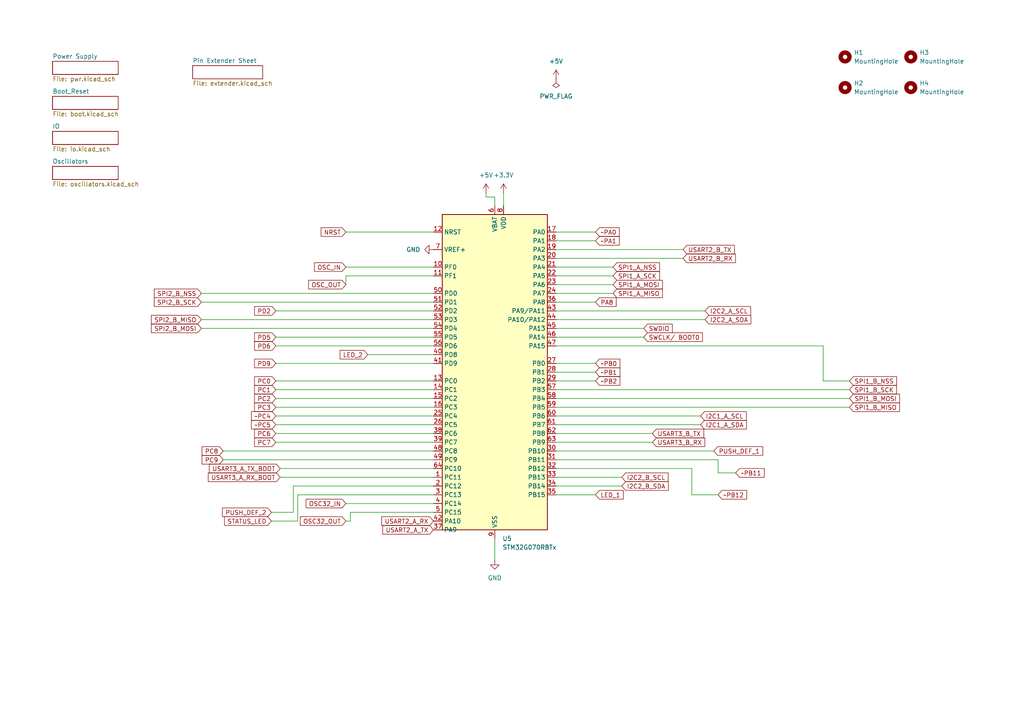
<source format=kicad_sch>
(kicad_sch (version 20250114) (generator "eeschema") (generator_version "9.0")
  (paper "A4")
  (lib_symbols
    (symbol "Mechanical:MountingHole" (pin_names (offset 1.016)) (exclude_from_sim yes) (in_bom no)
      (property "Reference" "H" (at 0 5.08 0))
      (property "Value" "MountingHole" (at 0 3.175 0))
      (symbol "MountingHole_0_1"
        (circle (center 0 0) (radius 1.27) (stroke (width 1.27)))
      )
    )
    (symbol "STM32G070RBTx_2"
      (property "Reference" "U4" (at 2.1941 -49.53 0))
      (property "Value" "STM32G070RBTx" (at 2.1941 -52.07 0))
      (symbol "STM32G070RBTx_2_0_1"
        (rectangle (start -15.24 45.72) (end 15.24 -45.72) (stroke (width 0.254)) (fill (type background)))
      )
      (symbol "STM32G070RBTx_2_1_1"
        (pin input line (at -17.78 40.64 0) (length 2.54) (name "NRST") (number "12"))
        (pin input line (at -17.78 35.56 0) (length 2.54) (name "VREF+") (number "7"))
        (pin bidirectional line (at -17.78 30.48 0) (length 2.54) (name "PF0") (number "10"))
        (pin bidirectional line (at -17.78 27.94 0) (length 2.54) (name "PF1") (number "11"))
        (pin bidirectional line (at -17.78 22.86 0) (length 2.54) (name "PD0") (number "50"))
        (pin bidirectional line (at -17.78 20.32 0) (length 2.54) (name "PD1") (number "51"))
        (pin bidirectional line (at -17.78 17.78 0) (length 2.54) (name "PD2") (number "52"))
        (pin bidirectional line (at -17.78 15.24 0) (length 2.54) (name "PD3") (number "53"))
        (pin bidirectional line (at -17.78 12.7 0) (length 2.54) (name "PD4") (number "54"))
        (pin bidirectional line (at -17.78 10.16 0) (length 2.54) (name "PD5") (number "55"))
        (pin bidirectional line (at -17.78 7.62 0) (length 2.54) (name "PD6") (number "56"))
        (pin bidirectional line (at -17.78 5.08 0) (length 2.54) (name "PD8") (number "40"))
        (pin bidirectional line (at -17.78 2.54 0) (length 2.54) (name "PD9") (number "41"))
        (pin bidirectional line (at -17.78 -2.54 0) (length 2.54) (name "PC0") (number "13"))
        (pin bidirectional line (at -17.78 -5.08 0) (length 2.54) (name "PC1") (number "14"))
        (pin bidirectional line (at -17.78 -7.62 0) (length 2.54) (name "PC2") (number "15"))
        (pin bidirectional line (at -17.78 -10.16 0) (length 2.54) (name "PC3") (number "16"))
        (pin bidirectional line (at -17.78 -12.7 0) (length 2.54) (name "PC4") (number "25"))
        (pin bidirectional line (at -17.78 -15.24 0) (length 2.54) (name "PC5") (number "26"))
        (pin bidirectional line (at -17.78 -17.78 0) (length 2.54) (name "PC6") (number "38"))
        (pin bidirectional line (at -17.78 -20.32 0) (length 2.54) (name "PC7") (number "39"))
        (pin bidirectional line (at -17.78 -22.86 0) (length 2.54) (name "PC8") (number "48"))
        (pin bidirectional line (at -17.78 -25.4 0) (length 2.54) (name "PC9") (number "49"))
        (pin bidirectional line (at -17.78 -27.94 0) (length 2.54) (name "PC10") (number "64"))
        (pin bidirectional line (at -17.78 -30.48 0) (length 2.54) (name "PC11") (number "1"))
        (pin bidirectional line (at -17.78 -33.02 0) (length 2.54) (name "PC12") (number "2"))
        (pin bidirectional line (at -17.78 -35.56 0) (length 2.54) (name "PC13") (number "3"))
        (pin bidirectional line (at -17.78 -38.1 0) (length 2.54) (name "PC14") (number "4"))
        (pin bidirectional line (at -17.78 -40.64 0) (length 2.54) (name "PC15") (number "5"))
        (pin bidirectional line (at -17.78 -43.18 0) (length 2.54) (name "PA10") (number "42"))
        (pin bidirectional line (at -17.78 -45.72 0) (length 2.54) (name "PA9") (number "37"))
        (pin power_in line (at 0 48.26 270) (length 2.54) (name "VBAT") (number "6"))
        (pin power_in line (at 0 -48.26 90) (length 2.54) (name "VSS") (number "9"))
        (pin power_in line (at 2.54 48.26 270) (length 2.54) (name "VDD") (number "8"))
        (pin bidirectional line (at 17.78 40.64 180) (length 2.54) (name "PA0") (number "17"))
        (pin bidirectional line (at 17.78 38.1 180) (length 2.54) (name "PA1") (number "18"))
        (pin bidirectional line (at 17.78 35.56 180) (length 2.54) (name "PA2") (number "19"))
        (pin bidirectional line (at 17.78 33.02 180) (length 2.54) (name "PA3") (number "20"))
        (pin bidirectional line (at 17.78 30.48 180) (length 2.54) (name "PA4") (number "21"))
        (pin bidirectional line (at 17.78 27.94 180) (length 2.54) (name "PA5") (number "22"))
        (pin bidirectional line (at 17.78 25.4 180) (length 2.54) (name "PA6") (number "23"))
        (pin bidirectional line (at 17.78 22.86 180) (length 2.54) (name "PA7") (number "24"))
        (pin bidirectional line (at 17.78 20.32 180) (length 2.54) (name "PA8") (number "36"))
        (pin bidirectional line (at 17.78 17.78 180) (length 2.54) (name "PA9/PA11") (number "43"))
        (pin bidirectional line (at 17.78 15.24 180) (length 2.54) (name "PA10/PA12") (number "44"))
        (pin bidirectional line (at 17.78 12.7 180) (length 2.54) (name "PA13") (number "45"))
        (pin bidirectional line (at 17.78 10.16 180) (length 2.54) (name "PA14") (number "46"))
        (pin bidirectional line (at 17.78 7.62 180) (length 2.54) (name "PA15") (number "47"))
        (pin bidirectional line (at 17.78 2.54 180) (length 2.54) (name "PB0") (number "27"))
        (pin bidirectional line (at 17.78 0 180) (length 2.54) (name "PB1") (number "28"))
        (pin bidirectional line (at 17.78 -2.54 180) (length 2.54) (name "PB2") (number "29"))
        (pin bidirectional line (at 17.78 -5.08 180) (length 2.54) (name "PB3") (number "57"))
        (pin bidirectional line (at 17.78 -7.62 180) (length 2.54) (name "PB4") (number "58"))
        (pin bidirectional line (at 17.78 -10.16 180) (length 2.54) (name "PB5") (number "59"))
        (pin bidirectional line (at 17.78 -12.7 180) (length 2.54) (name "PB6") (number "60"))
        (pin bidirectional line (at 17.78 -15.24 180) (length 2.54) (name "PB7") (number "61"))
        (pin bidirectional line (at 17.78 -17.78 180) (length 2.54) (name "PB8") (number "62"))
        (pin bidirectional line (at 17.78 -20.32 180) (length 2.54) (name "PB9") (number "63"))
        (pin bidirectional line (at 17.78 -22.86 180) (length 2.54) (name "PB10") (number "30"))
        (pin bidirectional line (at 17.78 -25.4 180) (length 2.54) (name "PB11") (number "31"))
        (pin bidirectional line (at 17.78 -27.94 180) (length 2.54) (name "PB12") (number "32"))
        (pin bidirectional line (at 17.78 -30.48 180) (length 2.54) (name "PB13") (number "33"))
        (pin bidirectional line (at 17.78 -33.02 180) (length 2.54) (name "PB14") (number "34"))
        (pin bidirectional line (at 17.78 -35.56 180) (length 2.54) (name "PB15") (number "35"))
      )
    )
    (symbol "power:+5V" (power) (pin_numbers (hide yes)) (pin_names (offset 0) (hide yes))
      (property "Value" "+5V" (at 0 3.556 0))
      (symbol "+5V_0_1"
        (polyline (pts (xy -0.762 1.27) (xy 0 2.54)))
        (polyline (pts (xy 0 2.54) (xy 0.762 1.27)))
        (polyline (pts (xy 0 0) (xy 0 2.54)))
      )
      (symbol "+5V_1_1"
        (pin power_in line (at 0 0 90) (length 0) (name "~") (number "1"))
      )
    )
    (symbol "power:GND" (power) (pin_numbers (hide yes)) (pin_names (offset 0) (hide yes))
      (property "Value" "GND" (at 0 -3.81 0))
      (symbol "GND_0_1"
        (polyline (pts (xy 0 0) (xy 0 -1.27) (xy 1.27 -1.27) (xy 0 -2.54) (xy -1.27 -1.27) (xy 0 -1.27)))
      )
      (symbol "GND_1_1"
        (pin power_in line (at 0 0 270) (length 0) (name "~") (number "1"))
      )
    )
    (symbol "power:PWR_FLAG" (power) (pin_numbers (hide yes)) (pin_names (offset 0) (hide yes))
      (property "Value" "PWR_FLAG" (at 0 3.81 0))
      (symbol "PWR_FLAG_0_0"
        (pin power_out line (at 0 0 90) (length 0) (name "~") (number "1"))
      )
      (symbol "PWR_FLAG_0_1"
        (polyline (pts (xy 0 0) (xy 0 1.27) (xy -1.016 1.905) (xy 0 2.54) (xy 1.016 1.905) (xy 0 1.27)))
      )
    )
    (symbol "power:VDD" (power) (pin_numbers (hide yes)) (pin_names (offset 0) (hide yes))
      (property "Value" "VDD" (at 0 3.556 0))
      (symbol "VDD_0_1"
        (polyline (pts (xy -0.762 1.27) (xy 0 2.54)))
        (polyline (pts (xy 0 2.54) (xy 0.762 1.27)))
        (polyline (pts (xy 0 0) (xy 0 2.54)))
      )
      (symbol "VDD_1_1"
        (pin power_in line (at 0 0 90) (length 0) (name "~") (number "1"))
      )
    )
  )
  (wire (pts (xy 161.29 67.31) (xy 172.72 67.31)))
  (wire (pts (xy 125.73 67.31) (xy 100.33 67.31)))
  (wire (pts (xy 161.29 138.43) (xy 180.34 138.43)))
  (wire (pts (xy 80.01 110.49) (xy 125.73 110.49)))
  (wire (pts (xy 80.01 125.73) (xy 125.73 125.73)))
  (wire (pts (xy 161.29 140.97) (xy 180.34 140.97)))
  (wire (pts (xy 161.29 133.35) (xy 208.28 133.35)))
  (wire (pts (xy 208.28 133.35) (xy 208.28 137.16)))
  (wire (pts (xy 161.29 90.17) (xy 204.47 90.17)))
  (wire (pts (xy 161.29 95.25) (xy 186.69 95.25)))
  (wire (pts (xy 100.33 77.47) (xy 125.73 77.47)))
  (wire (pts (xy 80.01 123.19) (xy 125.73 123.19)))
  (wire (pts (xy 161.29 100.33) (xy 238.76 100.33)))
  (wire (pts (xy 64.77 133.35) (xy 125.73 133.35)))
  (wire (pts (xy 161.29 107.95) (xy 172.72 107.95)))
  (wire (pts (xy 85.09 148.59) (xy 85.09 140.97)))
  (wire (pts (xy 161.29 120.65) (xy 203.2 120.65)))
  (wire (pts (xy 86.36 143.51) (xy 125.73 143.51)))
  (wire (pts (xy 86.36 151.13) (xy 86.36 143.51)))
  (wire (pts (xy 200.66 143.51) (xy 208.28 143.51)))
  (wire (pts (xy 146.05 55.88) (xy 146.05 59.69)))
  (wire (pts (xy 81.28 135.89) (xy 125.73 135.89)))
  (wire (pts (xy 161.29 123.19) (xy 203.2 123.19)))
  (wire (pts (xy 161.29 105.41) (xy 172.72 105.41)))
  (wire (pts (xy 100.33 80.01) (xy 125.73 80.01)))
  (wire (pts (xy 80.01 115.57) (xy 125.73 115.57)))
  (wire (pts (xy 161.29 115.57) (xy 246.38 115.57)))
  (wire (pts (xy 238.76 100.33) (xy 238.76 110.49)))
  (wire (pts (xy 161.29 110.49) (xy 172.72 110.49)))
  (wire (pts (xy 161.29 69.85) (xy 172.72 69.85)))
  (wire (pts (xy 207.01 130.81) (xy 161.29 130.81)))
  (wire (pts (xy 161.29 92.71) (xy 204.47 92.71)))
  (wire (pts (xy 161.29 97.79) (xy 186.69 97.79)))
  (wire (pts (xy 80.01 120.65) (xy 125.73 120.65)))
  (wire (pts (xy 161.29 77.47) (xy 177.8 77.47)))
  (wire (pts (xy 161.29 74.93) (xy 198.12 74.93)))
  (wire (pts (xy 101.6 151.13) (xy 101.6 148.59)))
  (wire (pts (xy 58.42 95.25) (xy 125.73 95.25)))
  (wire (pts (xy 161.29 118.11) (xy 246.38 118.11)))
  (wire (pts (xy 58.42 87.63) (xy 125.73 87.63)))
  (wire (pts (xy 100.33 146.05) (xy 125.73 146.05)))
  (wire (pts (xy 64.77 130.81) (xy 125.73 130.81)))
  (wire (pts (xy 80.01 118.11) (xy 125.73 118.11)))
  (wire (pts (xy 58.42 85.09) (xy 125.73 85.09)))
  (wire (pts (xy 80.01 105.41) (xy 125.73 105.41)))
  (wire (pts (xy 100.33 80.01) (xy 100.33 82.55)))
  (wire (pts (xy 100.33 151.13) (xy 101.6 151.13)))
  (wire (pts (xy 78.74 148.59) (xy 85.09 148.59)))
  (wire (pts (xy 80.01 128.27) (xy 125.73 128.27)))
  (wire (pts (xy 140.97 57.15) (xy 143.51 57.15)))
  (wire (pts (xy 161.29 143.51) (xy 172.72 143.51)))
  (wire (pts (xy 189.23 128.27) (xy 161.29 128.27)))
  (wire (pts (xy 78.74 151.13) (xy 86.36 151.13)))
  (wire (pts (xy 161.29 72.39) (xy 198.12 72.39)))
  (wire (pts (xy 161.29 135.89) (xy 200.66 135.89)))
  (wire (pts (xy 200.66 135.89) (xy 200.66 143.51)))
  (wire (pts (xy 161.29 82.55) (xy 177.8 82.55)))
  (wire (pts (xy 161.29 113.03) (xy 246.38 113.03)))
  (wire (pts (xy 80.01 90.17) (xy 125.73 90.17)))
  (wire (pts (xy 125.73 102.87) (xy 106.68 102.87)))
  (wire (pts (xy 189.23 125.73) (xy 161.29 125.73)))
  (wire (pts (xy 80.01 100.33) (xy 125.73 100.33)))
  (wire (pts (xy 85.09 140.97) (xy 125.73 140.97)))
  (wire (pts (xy 80.01 113.03) (xy 125.73 113.03)))
  (wire (pts (xy 58.42 92.71) (xy 125.73 92.71)))
  (wire (pts (xy 81.28 138.43) (xy 125.73 138.43)))
  (wire (pts (xy 161.29 80.01) (xy 177.8 80.01)))
  (wire (pts (xy 101.6 148.59) (xy 125.73 148.59)))
  (wire (pts (xy 161.29 85.09) (xy 177.8 85.09)))
  (wire (pts (xy 143.51 156.21) (xy 143.51 162.56)))
  (wire (pts (xy 80.01 97.79) (xy 125.73 97.79)))
  (wire (pts (xy 161.29 87.63) (xy 172.72 87.63)))
  (wire (pts (xy 143.51 57.15) (xy 143.51 59.69)))
  (wire (pts (xy 208.28 137.16) (xy 213.36 137.16)))
  (wire (pts (xy 140.97 57.15) (xy 140.97 55.88)))
  (wire (pts (xy 238.76 110.49) (xy 246.38 110.49)))
  (global_label "I2C2_B_SDA" (shape input) (at 180.34 140.97 0) (property "Intersheetrefs" "${INTERSHEET_REFS}" (effects (hide yes))))
  (global_label "SWCLK{slash} BOOT0" (shape input) (at 186.69 97.79 0) (property "Intersheetrefs" "${INTERSHEET_REFS}" (effects (hide yes))))
  (global_label "~PB1" (shape input) (at 172.72 107.95 0) (property "Intersheetrefs" "${INTERSHEET_REFS}" (effects (hide yes))))
  (global_label "PC6" (shape input) (at 80.01 125.73 180) (property "Intersheetrefs" "${INTERSHEET_REFS}" (effects (hide yes))))
  (global_label "LED_2" (shape input) (at 106.68 102.87 180) (property "Intersheetrefs" "${INTERSHEET_REFS}" (effects (hide yes))))
  (global_label "OSC32_OUT" (shape input) (at 100.33 151.13 180) (property "Intersheetrefs" "${INTERSHEET_REFS}" (effects (hide yes))))
  (global_label "~PC5" (shape input) (at 80.01 123.19 180) (property "Intersheetrefs" "${INTERSHEET_REFS}" (effects (hide yes))))
  (global_label "PC2" (shape input) (at 80.01 115.57 180) (property "Intersheetrefs" "${INTERSHEET_REFS}" (effects (hide yes))))
  (global_label "~PB2" (shape input) (at 172.72 110.49 0) (property "Intersheetrefs" "${INTERSHEET_REFS}" (effects (hide yes))))
  (global_label "SPI2_B_SCK" (shape input) (at 58.42 87.63 180) (property "Intersheetrefs" "${INTERSHEET_REFS}" (effects (hide yes))))
  (global_label "SWDIO" (shape input) (at 186.69 95.25 0) (property "Intersheetrefs" "${INTERSHEET_REFS}" (effects (hide yes))))
  (global_label "~PC4" (shape input) (at 80.01 120.65 180) (property "Intersheetrefs" "${INTERSHEET_REFS}" (effects (hide yes))))
  (global_label "PD9" (shape input) (at 80.01 105.41 180) (property "Intersheetrefs" "${INTERSHEET_REFS}" (effects (hide yes))))
  (global_label "SPI2_B_NSS" (shape input) (at 58.42 85.09 180) (property "Intersheetrefs" "${INTERSHEET_REFS}" (effects (hide yes))))
  (global_label "NRST" (shape input) (at 100.33 67.31 180) (property "Intersheetrefs" "${INTERSHEET_REFS}" (effects (hide yes))))
  (global_label "SPI2_B_MOSI" (shape input) (at 58.42 95.25 180) (property "Intersheetrefs" "${INTERSHEET_REFS}" (effects (hide yes))))
  (global_label "SPI1_A_SCK" (shape input) (at 177.8 80.01 0) (property "Intersheetrefs" "${INTERSHEET_REFS}" (effects (hide yes))))
  (global_label "SPI2_B_MISO" (shape input) (at 58.42 92.71 180) (property "Intersheetrefs" "${INTERSHEET_REFS}" (effects (hide yes))))
  (global_label "PC3" (shape input) (at 80.01 118.11 180) (property "Intersheetrefs" "${INTERSHEET_REFS}" (effects (hide yes))))
  (global_label "PUSH_DEF_2" (shape input) (at 78.74 148.59 180) (property "Intersheetrefs" "${INTERSHEET_REFS}" (effects (hide yes))))
  (global_label "SPI1_A_MOSI" (shape input) (at 177.8 82.55 0) (property "Intersheetrefs" "${INTERSHEET_REFS}" (effects (hide yes))))
  (global_label "OSC_OUT" (shape input) (at 100.33 82.55 180) (property "Intersheetrefs" "${INTERSHEET_REFS}" (effects (hide yes))))
  (global_label "USART2_A_RX" (shape input) (at 125.73 151.13 180) (property "Intersheetrefs" "${INTERSHEET_REFS}" (effects (hide yes))))
  (global_label "~PB11" (shape input) (at 213.36 137.16 0) (property "Intersheetrefs" "${INTERSHEET_REFS}" (effects (hide yes))))
  (global_label "I2C1_A_SDA" (shape input) (at 203.2 123.19 0) (property "Intersheetrefs" "${INTERSHEET_REFS}" (effects (hide yes))))
  (global_label "USART2_A_TX" (shape input) (at 125.73 153.67 180) (property "Intersheetrefs" "${INTERSHEET_REFS}" (effects (hide yes))))
  (global_label "USART2_B_RX" (shape input) (at 198.12 74.93 0) (property "Intersheetrefs" "${INTERSHEET_REFS}" (effects (hide yes))))
  (global_label "USART3_B_RX" (shape input) (at 189.23 128.27 0) (property "Intersheetrefs" "${INTERSHEET_REFS}" (effects (hide yes))))
  (global_label "I2C1_A_SCL" (shape input) (at 203.2 120.65 0) (property "Intersheetrefs" "${INTERSHEET_REFS}" (effects (hide yes))))
  (global_label "I2C2_A_SCL" (shape input) (at 204.47 90.17 0) (property "Intersheetrefs" "${INTERSHEET_REFS}" (effects (hide yes))))
  (global_label "PC7" (shape input) (at 80.01 128.27 180) (property "Intersheetrefs" "${INTERSHEET_REFS}" (effects (hide yes))))
  (global_label "PC9" (shape input) (at 64.77 133.35 180) (property "Intersheetrefs" "${INTERSHEET_REFS}" (effects (hide yes))))
  (global_label "~PB12" (shape input) (at 208.28 143.51 0) (property "Intersheetrefs" "${INTERSHEET_REFS}" (effects (hide yes))))
  (global_label "PA8" (shape input) (at 172.72 87.63 0) (property "Intersheetrefs" "${INTERSHEET_REFS}" (effects (hide yes))))
  (global_label "SPI1_B_NSS" (shape input) (at 246.38 110.49 0) (property "Intersheetrefs" "${INTERSHEET_REFS}" (effects (hide yes))))
  (global_label "OSC_IN" (shape input) (at 100.33 77.47 180) (property "Intersheetrefs" "${INTERSHEET_REFS}" (effects (hide yes))))
  (global_label "USART3_A_RX_BOOT" (shape input) (at 81.28 138.43 180) (property "Intersheetrefs" "${INTERSHEET_REFS}" (effects (hide yes))))
  (global_label "~PB0" (shape input) (at 172.72 105.41 0) (property "Intersheetrefs" "${INTERSHEET_REFS}" (effects (hide yes))))
  (global_label "USART3_B_TX" (shape input) (at 189.23 125.73 0) (property "Intersheetrefs" "${INTERSHEET_REFS}" (effects (hide yes))))
  (global_label "SPI1_B_SCK" (shape input) (at 246.38 113.03 0) (property "Intersheetrefs" "${INTERSHEET_REFS}" (effects (hide yes))))
  (global_label "USART3_A_TX_BOOT" (shape input) (at 81.28 135.89 180) (property "Intersheetrefs" "${INTERSHEET_REFS}" (effects (hide yes))))
  (global_label "STATUS_LED" (shape input) (at 78.74 151.13 180) (property "Intersheetrefs" "${INTERSHEET_REFS}" (effects (hide yes))))
  (global_label "OSC32_IN" (shape input) (at 100.33 146.05 180) (property "Intersheetrefs" "${INTERSHEET_REFS}" (effects (hide yes))))
  (global_label "I2C2_B_SCL" (shape input) (at 180.34 138.43 0) (property "Intersheetrefs" "${INTERSHEET_REFS}" (effects (hide yes))))
  (global_label "SPI1_A_MISO" (shape input) (at 177.8 85.09 0) (property "Intersheetrefs" "${INTERSHEET_REFS}" (effects (hide yes))))
  (global_label "SPI1_B_MISO" (shape input) (at 246.38 118.11 0) (property "Intersheetrefs" "${INTERSHEET_REFS}" (effects (hide yes))))
  (global_label "SPI1_B_MOSI" (shape input) (at 246.38 115.57 0) (property "Intersheetrefs" "${INTERSHEET_REFS}" (effects (hide yes))))
  (global_label "PC1" (shape input) (at 80.01 113.03 180) (property "Intersheetrefs" "${INTERSHEET_REFS}" (effects (hide yes))))
  (global_label "PD5" (shape input) (at 80.01 97.79 180) (property "Intersheetrefs" "${INTERSHEET_REFS}" (effects (hide yes))))
  (global_label "USART2_B_TX" (shape input) (at 198.12 72.39 0) (property "Intersheetrefs" "${INTERSHEET_REFS}" (effects (hide yes))))
  (global_label "I2C2_A_SDA" (shape input) (at 204.47 92.71 0) (property "Intersheetrefs" "${INTERSHEET_REFS}" (effects (hide yes))))
  (global_label "SPI1_A_NSS" (shape input) (at 177.8 77.47 0) (property "Intersheetrefs" "${INTERSHEET_REFS}" (effects (hide yes))))
  (global_label "~PA1" (shape input) (at 172.72 69.85 0) (property "Intersheetrefs" "${INTERSHEET_REFS}" (effects (hide yes))))
  (global_label "PUSH_DEF_1" (shape input) (at 207.01 130.81 0) (property "Intersheetrefs" "${INTERSHEET_REFS}" (effects (hide yes))))
  (global_label "PD6" (shape input) (at 80.01 100.33 180) (property "Intersheetrefs" "${INTERSHEET_REFS}" (effects (hide yes))))
  (global_label "~PA0" (shape input) (at 172.72 67.31 0) (property "Intersheetrefs" "${INTERSHEET_REFS}" (effects (hide yes))))
  (global_label "PC8" (shape input) (at 64.77 130.81 180) (property "Intersheetrefs" "${INTERSHEET_REFS}" (effects (hide yes))))
  (global_label "LED_1" (shape input) (at 172.72 143.51 0) (property "Intersheetrefs" "${INTERSHEET_REFS}" (effects (hide yes))))
  (global_label "PD2" (shape input) (at 80.01 90.17 180) (property "Intersheetrefs" "${INTERSHEET_REFS}" (effects (hide yes))))
  (global_label "PC0" (shape input) (at 80.01 110.49 180) (property "Intersheetrefs" "${INTERSHEET_REFS}" (effects (hide yes))))
  (symbol (lib_id "power:VDD") (at 146.05 55.88 0) (unit 1)
    (property "Reference" "#PWR02" (effects (hide yes)))
    (property "Value" "+3.3V" (at 146.05 50.8 0))
    (property "Description" "Power symbol creates a global label with name \"VDD\"" (effects (hide yes)))
  )
  (symbol (lib_id "power:+5V") (at 140.97 55.88 0) (unit 1)
    (property "Reference" "#PWR017" (effects (hide yes)))
    (property "Value" "+5V" (at 140.97 50.8 0))
    (property "Description" "Power symbol creates a global label with name \"+5V\"" (effects (hide yes)))
  )
  (symbol (lib_name "STM32G070RBTx_2") (lib_id "MCU_ST_STM32G0:STM32G070RBTx") (at 143.51 107.95 0) (unit 1)
    (property "Reference" "U5" (at 145.7041 156.21 0) (effects (justify left)))
    (property "Value" "STM32G070RBTx" (at 145.7041 158.75 0) (effects (justify left)))
    (property "Footprint" "Package_QFP:LQFP-64_10x10mm_P0.5mm" (effects (hide yes)))
    (property "Datasheet" "https://www.st.com/resource/en/datasheet/stm32g070rb.pdf" (effects (hide yes)))
    (property "Description" "STMicroelectronics Arm Cortex-M0+ MCU, 128KB flash, 36KB RAM, 64 MHz, 2.0-3.6V, 59 GPIO, LQFP64" (effects (hide yes)))
  )
  (symbol (lib_id "power:GND") (at 143.51 162.56 0) (unit 1)
    (property "Reference" "#PWR06" (effects (hide yes)))
    (property "Value" "GND" (at 143.51 167.64 0))
    (property "Description" "Power symbol creates a global label with name \"GND\" , ground" (effects (hide yes)))
  )
  (symbol (lib_id "Mechanical:MountingHole") (at 245.11 25.4 0) (unit 1) (exclude_from_sim yes) (in_bom no)
    (property "Reference" "H2" (at 247.65 24.1299 0) (effects (justify left)))
    (property "Value" "MountingHole" (at 247.65 26.6699 0) (effects (justify left)))
    (property "Footprint" "MountingHole:MountingHole_5.3mm_M5" (effects (hide yes)))
    (property "Description" "Mounting Hole without connection" (effects (hide yes)))
  )
  (symbol (lib_id "power:PWR_FLAG") (at 161.29 22.86 180) (unit 1)
    (property "Reference" "#FLG04" (effects (hide yes)))
    (property "Value" "PWR_FLAG" (at 161.29 27.94 0))
    (property "Description" "Special symbol for telling ERC where power comes from" (effects (hide yes)))
  )
  (symbol (lib_id "power:GND") (at 125.73 72.39 270) (unit 1)
    (property "Reference" "#PWR018" (effects (hide yes)))
    (property "Value" "GND" (at 121.92 72.3899 90) (effects (justify right)))
    (property "Description" "Power symbol creates a global label with name \"GND\" , ground" (effects (hide yes)))
  )
  (symbol (lib_id "Mechanical:MountingHole") (at 264.16 25.4 0) (unit 1) (exclude_from_sim yes) (in_bom no)
    (property "Reference" "H4" (at 266.7 24.1299 0) (effects (justify left)))
    (property "Value" "MountingHole" (at 266.7 26.6699 0) (effects (justify left)))
    (property "Footprint" "MountingHole:MountingHole_5.3mm_M5" (effects (hide yes)))
    (property "Description" "Mounting Hole without connection" (effects (hide yes)))
  )
  (symbol (lib_id "power:+5V") (at 161.29 22.86 0) (unit 1)
    (property "Reference" "#PWR019" (effects (hide yes)))
    (property "Value" "+5V" (at 161.29 17.78 0))
    (property "Description" "Power symbol creates a global label with name \"+5V\"" (effects (hide yes)))
  )
  (symbol (lib_id "Mechanical:MountingHole") (at 245.11 16.51 0) (unit 1) (exclude_from_sim yes) (in_bom no)
    (property "Reference" "H1" (at 247.65 15.2399 0) (effects (justify left)))
    (property "Value" "MountingHole" (at 247.65 17.7799 0) (effects (justify left)))
    (property "Footprint" "MountingHole:MountingHole_5.3mm_M5" (effects (hide yes)))
    (property "Description" "Mounting Hole without connection" (effects (hide yes)))
  )
  (symbol (lib_id "Mechanical:MountingHole") (at 264.16 16.51 0) (unit 1) (exclude_from_sim yes) (in_bom no)
    (property "Reference" "H3" (at 266.7 15.2399 0) (effects (justify left)))
    (property "Value" "MountingHole" (at 266.7 17.7799 0) (effects (justify left)))
    (property "Footprint" "MountingHole:MountingHole_5.3mm_M5" (effects (hide yes)))
    (property "Description" "Mounting Hole without connection" (effects (hide yes)))
  )
  (sheet (at 15.24 27.94) (size 19.05 3.81) (stroke (width 0.1524))
    (property "Sheetname" "Boot_Reset" (at 15.24 27.2284 0) (effects (justify left bottom)))
    (property "Sheetfile" "boot.kicad_sch" (at 15.24 32.3346 0) (effects (justify left top)))
  )
  (sheet (at 15.24 48.26) (size 19.05 3.81) (stroke (width 0.1524))
    (property "Sheetname" "Oscillators" (at 15.24 47.5484 0) (effects (justify left bottom)))
    (property "Sheetfile" "oscillators.kicad_sch" (at 15.24 52.6546 0) (effects (justify left top)))
  )
  (sheet (at 15.24 17.78) (size 19.05 3.81) (stroke (width 0.1524))
    (property "Sheetname" "Power Supply" (at 15.24 17.0684 0) (effects (justify left bottom)))
    (property "Sheetfile" "pwr.kicad_sch" (at 15.24 22.1746 0) (effects (justify left top)))
  )
  (sheet (at 15.24 38.1) (size 19.05 3.81) (stroke (width 0.1524))
    (property "Sheetname" "IO" (at 15.24 37.3884 0) (effects (justify left bottom)))
    (property "Sheetfile" "io.kicad_sch" (at 15.24 42.4946 0) (effects (justify left top)))
  )
  (sheet (at 55.88 19.05) (size 20.32 3.81) (stroke (width 0.1524))
    (property "Sheetname" "Pin Extender Sheet" (at 55.88 18.3384 0) (effects (justify left bottom)))
    (property "Sheetfile" "extender.kicad_sch" (at 55.88 23.4446 0) (effects (justify left top)))
  )
)
</source>
